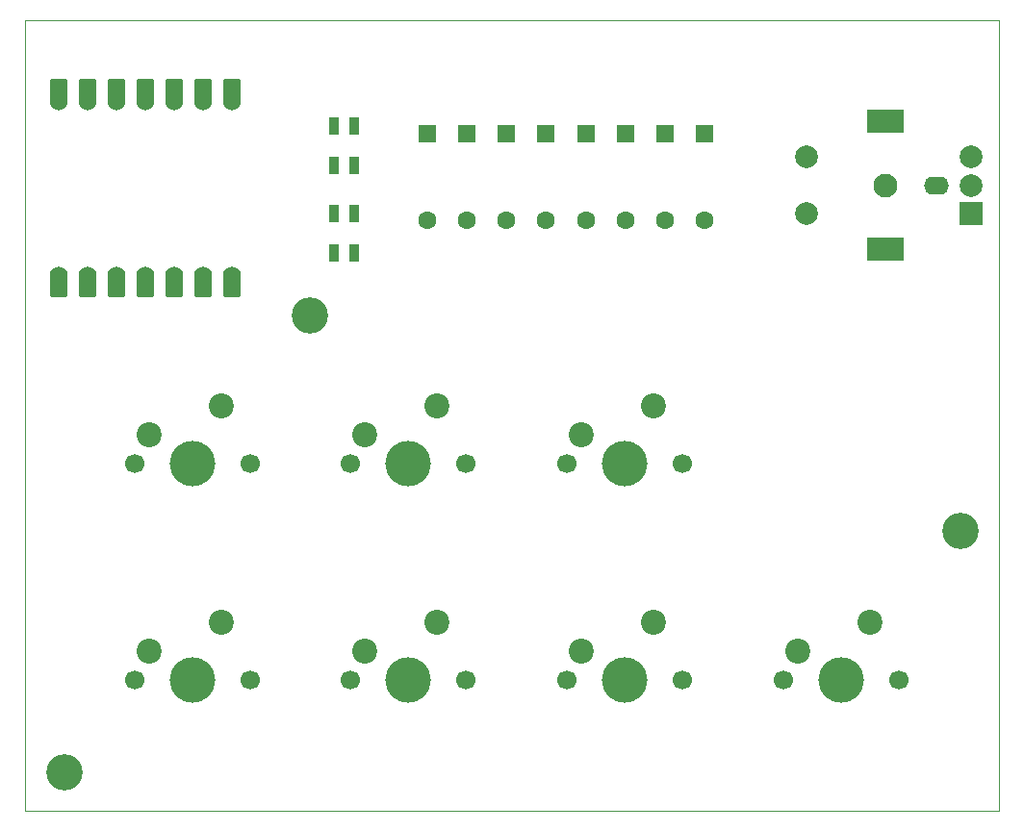
<source format=gts>
%TF.GenerationSoftware,KiCad,Pcbnew,9.0.7*%
%TF.CreationDate,2026-02-20T22:18:56+01:00*%
%TF.ProjectId,Schematic.kicad_pcb_2,53636865-6d61-4746-9963-2e6b69636164,rev?*%
%TF.SameCoordinates,Original*%
%TF.FileFunction,Soldermask,Top*%
%TF.FilePolarity,Negative*%
%FSLAX46Y46*%
G04 Gerber Fmt 4.6, Leading zero omitted, Abs format (unit mm)*
G04 Created by KiCad (PCBNEW 9.0.7) date 2026-02-20 22:18:56*
%MOMM*%
%LPD*%
G01*
G04 APERTURE LIST*
G04 Aperture macros list*
%AMRoundRect*
0 Rectangle with rounded corners*
0 $1 Rounding radius*
0 $2 $3 $4 $5 $6 $7 $8 $9 X,Y pos of 4 corners*
0 Add a 4 corners polygon primitive as box body*
4,1,4,$2,$3,$4,$5,$6,$7,$8,$9,$2,$3,0*
0 Add four circle primitives for the rounded corners*
1,1,$1+$1,$2,$3*
1,1,$1+$1,$4,$5*
1,1,$1+$1,$6,$7*
1,1,$1+$1,$8,$9*
0 Add four rect primitives between the rounded corners*
20,1,$1+$1,$2,$3,$4,$5,0*
20,1,$1+$1,$4,$5,$6,$7,0*
20,1,$1+$1,$6,$7,$8,$9,0*
20,1,$1+$1,$8,$9,$2,$3,0*%
G04 Aperture macros list end*
%ADD10O,2.200000X1.600000*%
%ADD11C,2.100000*%
%ADD12R,2.000000X2.000000*%
%ADD13C,2.000000*%
%ADD14R,3.200000X2.000000*%
%ADD15C,1.700000*%
%ADD16C,4.000000*%
%ADD17C,2.200000*%
%ADD18C,3.200000*%
%ADD19R,0.850000X1.600000*%
%ADD20RoundRect,0.250000X-0.550000X0.550000X-0.550000X-0.550000X0.550000X-0.550000X0.550000X0.550000X0*%
%ADD21C,1.600000*%
%ADD22RoundRect,0.152400X-0.609600X1.063600X-0.609600X-1.063600X0.609600X-1.063600X0.609600X1.063600X0*%
%ADD23C,1.524000*%
%ADD24RoundRect,0.152400X0.609600X-1.063600X0.609600X1.063600X-0.609600X1.063600X-0.609600X-1.063600X0*%
%TA.AperFunction,Profile*%
%ADD25C,0.050000*%
%TD*%
G04 APERTURE END LIST*
D10*
%TO.C,SW7*%
X98250000Y-29500000D03*
D11*
X93750000Y-29500000D03*
D12*
X101250000Y-32000000D03*
D13*
X101250000Y-27000000D03*
X101250000Y-29500000D03*
D14*
X93750000Y-35100000D03*
X93750000Y-23900000D03*
D13*
X86750000Y-27000000D03*
X86750000Y-32000000D03*
%TD*%
D15*
%TO.C,SW1*%
X27670000Y-73080000D03*
D16*
X32750000Y-73080000D03*
D15*
X37830000Y-73080000D03*
D17*
X35290000Y-68000000D03*
X28940000Y-70540000D03*
%TD*%
D18*
%TO.C,REF\u002A\u002A*%
X100300000Y-59900000D03*
%TD*%
D19*
%TO.C,D10*%
X46962500Y-24250000D03*
X45212500Y-24250000D03*
X45212500Y-27750000D03*
X46962500Y-27750000D03*
%TD*%
D20*
%TO.C,D3*%
X70841071Y-24940000D03*
D21*
X70841071Y-32560000D03*
%TD*%
D15*
%TO.C,SW5*%
X46670000Y-54000000D03*
D16*
X51750000Y-54000000D03*
D15*
X56830000Y-54000000D03*
D17*
X54290000Y-48920000D03*
X47940000Y-51460000D03*
%TD*%
D15*
%TO.C,SW2*%
X46670000Y-73080000D03*
D16*
X51750000Y-73080000D03*
D15*
X56830000Y-73080000D03*
D17*
X54290000Y-68000000D03*
X47940000Y-70540000D03*
%TD*%
D22*
%TO.C,U1*%
X21000000Y-38205000D03*
D23*
X21000000Y-37370000D03*
D22*
X23540000Y-38205000D03*
D23*
X23540000Y-37370000D03*
D22*
X26080000Y-38205000D03*
D23*
X26080000Y-37370000D03*
D22*
X28620000Y-38205000D03*
D23*
X28620000Y-37370000D03*
D22*
X31160000Y-38205000D03*
D23*
X31160000Y-37370000D03*
D22*
X33700000Y-38205000D03*
D23*
X33700000Y-37370000D03*
D22*
X36240000Y-38205000D03*
D23*
X36240000Y-37370000D03*
X36240000Y-22130000D03*
D24*
X36240000Y-21295000D03*
D23*
X33700000Y-22130000D03*
D24*
X33700000Y-21295000D03*
D23*
X31160000Y-22130000D03*
D24*
X31160000Y-21295000D03*
D23*
X28620000Y-22130000D03*
D24*
X28620000Y-21295000D03*
D23*
X26080000Y-22130000D03*
D24*
X26080000Y-21295000D03*
D23*
X23540000Y-22130000D03*
D24*
X23540000Y-21295000D03*
D23*
X21000000Y-22130000D03*
D24*
X21000000Y-21295000D03*
%TD*%
D15*
%TO.C,SW3*%
X65730000Y-73080000D03*
D16*
X70810000Y-73080000D03*
D15*
X75890000Y-73080000D03*
D17*
X73350000Y-68000000D03*
X67000000Y-70540000D03*
%TD*%
D15*
%TO.C,SW8*%
X84730000Y-73080000D03*
D16*
X89810000Y-73080000D03*
D15*
X94890000Y-73080000D03*
D17*
X92350000Y-68000000D03*
X86000000Y-70540000D03*
%TD*%
D20*
%TO.C,D4*%
X67355357Y-24940000D03*
D21*
X67355357Y-32560000D03*
%TD*%
D15*
%TO.C,SW6*%
X65670000Y-54000000D03*
D16*
X70750000Y-54000000D03*
D15*
X75830000Y-54000000D03*
D17*
X73290000Y-48920000D03*
X66940000Y-51460000D03*
%TD*%
D20*
%TO.C,D6*%
X60383929Y-24940000D03*
D21*
X60383929Y-32560000D03*
%TD*%
D20*
%TO.C,D1*%
X77812500Y-24940000D03*
D21*
X77812500Y-32560000D03*
%TD*%
D20*
%TO.C,D2*%
X74326786Y-24940000D03*
D21*
X74326786Y-32560000D03*
%TD*%
D18*
%TO.C,REF\u002A\u002A*%
X43100000Y-41000000D03*
%TD*%
D19*
%TO.C,D9*%
X46962500Y-32000000D03*
X45212500Y-32000000D03*
X45212500Y-35500000D03*
X46962500Y-35500000D03*
%TD*%
D20*
%TO.C,D5*%
X63869643Y-25000000D03*
D21*
X63869643Y-32620000D03*
%TD*%
D15*
%TO.C,SW4*%
X27670000Y-54000000D03*
D16*
X32750000Y-54000000D03*
D15*
X37830000Y-54000000D03*
D17*
X35290000Y-48920000D03*
X28940000Y-51460000D03*
%TD*%
D20*
%TO.C,D8*%
X53412500Y-24940000D03*
D21*
X53412500Y-32560000D03*
%TD*%
D20*
%TO.C,D7*%
X56898214Y-24940000D03*
D21*
X56898214Y-32560000D03*
%TD*%
D18*
%TO.C,REF\u002A\u002A*%
X21500000Y-81200000D03*
%TD*%
D25*
X18000000Y-14943750D02*
X103725000Y-14943750D01*
X103725000Y-84581250D01*
X18000000Y-84581250D01*
X18000000Y-14943750D01*
M02*

</source>
